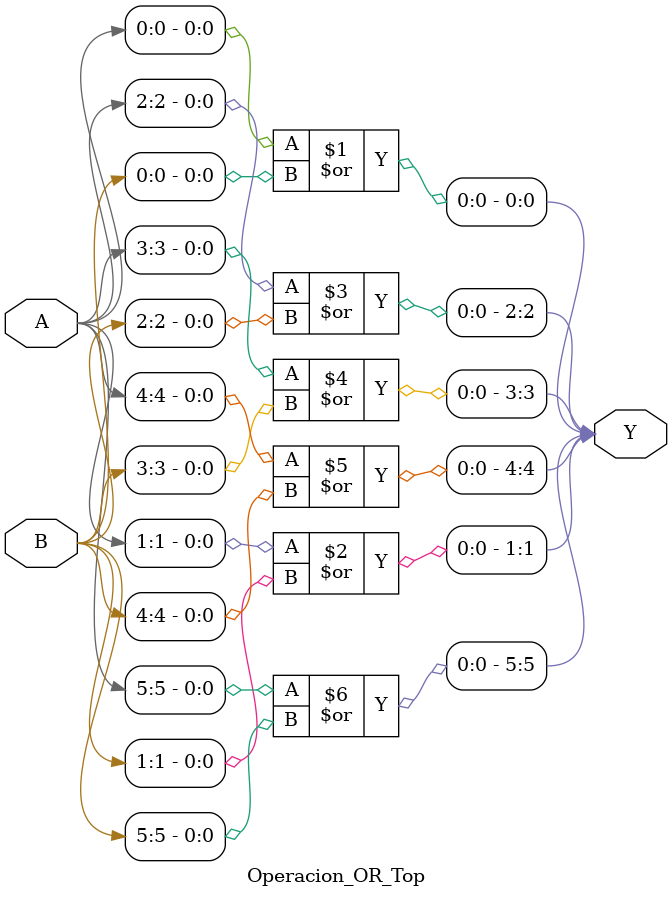
<source format=v>
`timescale 1ns / 1ps


module Operacion_OR_Top(
    input [5:0] A,
    input [5:0] B,
    output [5:0] Y
);

    assign Y[0] = A[0] | B[0];
    assign Y[1] = A[1] | B[1];
    assign Y[2] = A[2] | B[2];
    assign Y[3] = A[3] | B[3];
    assign Y[4] = A[4] | B[4];
    assign Y[5] = A[5] | B[5];

endmodule

</source>
